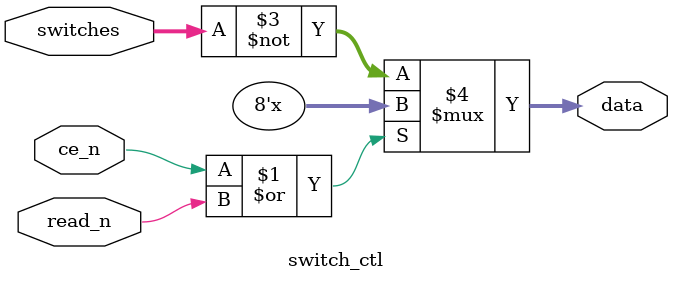
<source format=v>
/*
 * NAME
 * ----
 *
 * switch_ctl - bussed input switche controller
 *
 * DESCRIPTION
 * -----------
 * 
 * Switch input module suitable for use with a "bus"
 * consisting of address, data and control lines.
 *
 * Any time it is enabled and the control is for a read (read_n low)
 * it assigns the switch values on to the bus ('data').
 * Otherwise the data output is high z.
 *
 * AUTHOR
 * ------
 *
 * Jeremiah Mahler <jmmahler@gmail.com>
 *
 */

module switch_ctl(
	input             read_n,
                      ce_n,
    output wire [7:0] data,
    input       [7:0] switches);

    assign data = (~(ce_n | read_n)) ? ~(switches) : 8'bz;
    // Due to the hardware configuration of the pull up
    // resistors the switches are inverted (on is 0 when it should be 1).
    // ~(switches) is used to fix this problem.
endmodule

</source>
